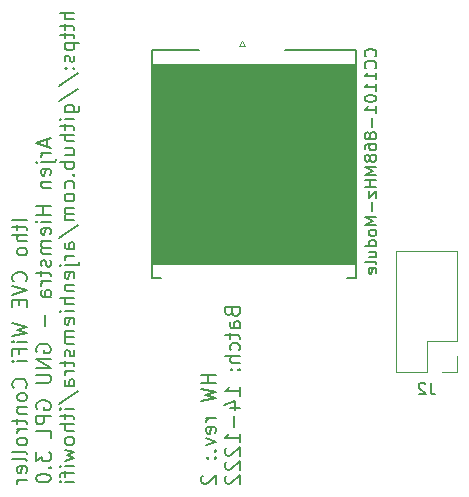
<source format=gbo>
G04 #@! TF.GenerationSoftware,KiCad,Pcbnew,(6.0.1-0)*
G04 #@! TF.CreationDate,2022-03-21T19:15:47+01:00*
G04 #@! TF.ProjectId,ithowifi_4l,6974686f-7769-4666-995f-346c2e6b6963,rev?*
G04 #@! TF.SameCoordinates,Original*
G04 #@! TF.FileFunction,Legend,Bot*
G04 #@! TF.FilePolarity,Positive*
%FSLAX46Y46*%
G04 Gerber Fmt 4.6, Leading zero omitted, Abs format (unit mm)*
G04 Created by KiCad (PCBNEW (6.0.1-0)) date 2022-03-21 19:15:47*
%MOMM*%
%LPD*%
G01*
G04 APERTURE LIST*
%ADD10C,0.100000*%
%ADD11C,0.200000*%
%ADD12C,0.150000*%
%ADD13C,0.120000*%
G04 APERTURE END LIST*
D10*
X114808000Y-129997200D02*
X97561400Y-129997200D01*
X97561400Y-129997200D02*
X97536000Y-113030000D01*
X97536000Y-113030000D02*
X114808000Y-113030000D01*
X114808000Y-113030000D02*
X114808000Y-129997200D01*
G36*
X114808000Y-129997200D02*
G01*
X97561400Y-129997200D01*
X97536000Y-113030000D01*
X114808000Y-113030000D01*
X114808000Y-129997200D01*
G37*
X114808000Y-129997200D02*
X97561400Y-129997200D01*
X97536000Y-113030000D01*
X114808000Y-113030000D01*
X114808000Y-129997200D01*
D11*
X86949606Y-126226666D02*
X85703606Y-126226666D01*
X86118940Y-126642000D02*
X86118940Y-127116666D01*
X85703606Y-126820000D02*
X86771606Y-126820000D01*
X86890273Y-126879333D01*
X86949606Y-126998000D01*
X86949606Y-127116666D01*
X86949606Y-127532000D02*
X85703606Y-127532000D01*
X86949606Y-128066000D02*
X86296940Y-128066000D01*
X86178273Y-128006666D01*
X86118940Y-127888000D01*
X86118940Y-127710000D01*
X86178273Y-127591333D01*
X86237606Y-127532000D01*
X86949606Y-128837333D02*
X86890273Y-128718666D01*
X86830940Y-128659333D01*
X86712273Y-128600000D01*
X86356273Y-128600000D01*
X86237606Y-128659333D01*
X86178273Y-128718666D01*
X86118940Y-128837333D01*
X86118940Y-129015333D01*
X86178273Y-129134000D01*
X86237606Y-129193333D01*
X86356273Y-129252666D01*
X86712273Y-129252666D01*
X86830940Y-129193333D01*
X86890273Y-129134000D01*
X86949606Y-129015333D01*
X86949606Y-128837333D01*
X86830940Y-131448000D02*
X86890273Y-131388666D01*
X86949606Y-131210666D01*
X86949606Y-131092000D01*
X86890273Y-130914000D01*
X86771606Y-130795333D01*
X86652940Y-130736000D01*
X86415606Y-130676666D01*
X86237606Y-130676666D01*
X86000273Y-130736000D01*
X85881606Y-130795333D01*
X85762940Y-130914000D01*
X85703606Y-131092000D01*
X85703606Y-131210666D01*
X85762940Y-131388666D01*
X85822273Y-131448000D01*
X85703606Y-131804000D02*
X86949606Y-132219333D01*
X85703606Y-132634666D01*
X86296940Y-133049999D02*
X86296940Y-133465333D01*
X86949606Y-133643333D02*
X86949606Y-133049999D01*
X85703606Y-133049999D01*
X85703606Y-133643333D01*
X85703606Y-135008000D02*
X86949606Y-135304666D01*
X86059606Y-135542000D01*
X86949606Y-135779333D01*
X85703606Y-136076000D01*
X86949606Y-136550666D02*
X86118940Y-136550666D01*
X85703606Y-136550666D02*
X85762940Y-136491333D01*
X85822273Y-136550666D01*
X85762940Y-136610000D01*
X85703606Y-136550666D01*
X85822273Y-136550666D01*
X86296940Y-137559333D02*
X86296940Y-137144000D01*
X86949606Y-137144000D02*
X85703606Y-137144000D01*
X85703606Y-137737333D01*
X86949606Y-138212000D02*
X86118940Y-138212000D01*
X85703606Y-138212000D02*
X85762940Y-138152666D01*
X85822273Y-138212000D01*
X85762940Y-138271333D01*
X85703606Y-138212000D01*
X85822273Y-138212000D01*
X86830940Y-140466666D02*
X86890273Y-140407333D01*
X86949606Y-140229333D01*
X86949606Y-140110666D01*
X86890273Y-139932666D01*
X86771606Y-139814000D01*
X86652940Y-139754666D01*
X86415606Y-139695333D01*
X86237606Y-139695333D01*
X86000273Y-139754666D01*
X85881606Y-139814000D01*
X85762940Y-139932666D01*
X85703606Y-140110666D01*
X85703606Y-140229333D01*
X85762940Y-140407333D01*
X85822273Y-140466666D01*
X86949606Y-141178666D02*
X86890273Y-141060000D01*
X86830940Y-141000666D01*
X86712273Y-140941333D01*
X86356273Y-140941333D01*
X86237606Y-141000666D01*
X86178273Y-141060000D01*
X86118940Y-141178666D01*
X86118940Y-141356666D01*
X86178273Y-141475333D01*
X86237606Y-141534666D01*
X86356273Y-141594000D01*
X86712273Y-141594000D01*
X86830940Y-141534666D01*
X86890273Y-141475333D01*
X86949606Y-141356666D01*
X86949606Y-141178666D01*
X86118940Y-142128000D02*
X86949606Y-142128000D01*
X86237606Y-142128000D02*
X86178273Y-142187333D01*
X86118940Y-142306000D01*
X86118940Y-142484000D01*
X86178273Y-142602666D01*
X86296940Y-142662000D01*
X86949606Y-142662000D01*
X86118940Y-143077333D02*
X86118940Y-143552000D01*
X85703606Y-143255333D02*
X86771606Y-143255333D01*
X86890273Y-143314666D01*
X86949606Y-143433333D01*
X86949606Y-143552000D01*
X86949606Y-143967333D02*
X86118940Y-143967333D01*
X86356273Y-143967333D02*
X86237606Y-144026666D01*
X86178273Y-144086000D01*
X86118940Y-144204666D01*
X86118940Y-144323333D01*
X86949606Y-144916666D02*
X86890273Y-144798000D01*
X86830940Y-144738666D01*
X86712273Y-144679333D01*
X86356273Y-144679333D01*
X86237606Y-144738666D01*
X86178273Y-144798000D01*
X86118940Y-144916666D01*
X86118940Y-145094666D01*
X86178273Y-145213333D01*
X86237606Y-145272666D01*
X86356273Y-145332000D01*
X86712273Y-145332000D01*
X86830940Y-145272666D01*
X86890273Y-145213333D01*
X86949606Y-145094666D01*
X86949606Y-144916666D01*
X86949606Y-146044000D02*
X86890273Y-145925333D01*
X86771606Y-145866000D01*
X85703606Y-145866000D01*
X86949606Y-146696666D02*
X86890273Y-146578000D01*
X86771606Y-146518666D01*
X85703606Y-146518666D01*
X86890273Y-147646000D02*
X86949606Y-147527333D01*
X86949606Y-147290000D01*
X86890273Y-147171333D01*
X86771606Y-147112000D01*
X86296940Y-147112000D01*
X86178273Y-147171333D01*
X86118940Y-147290000D01*
X86118940Y-147527333D01*
X86178273Y-147646000D01*
X86296940Y-147705333D01*
X86415606Y-147705333D01*
X86534273Y-147112000D01*
X86949606Y-148239333D02*
X86118940Y-148239333D01*
X86356273Y-148239333D02*
X86237606Y-148298666D01*
X86178273Y-148358000D01*
X86118940Y-148476666D01*
X86118940Y-148595333D01*
X88599666Y-119462666D02*
X88599666Y-120056000D01*
X88955666Y-119344000D02*
X87709666Y-119759333D01*
X88955666Y-120174666D01*
X88955666Y-120590000D02*
X88125000Y-120590000D01*
X88362333Y-120590000D02*
X88243666Y-120649333D01*
X88184333Y-120708666D01*
X88125000Y-120827333D01*
X88125000Y-120946000D01*
X88125000Y-121361333D02*
X89193000Y-121361333D01*
X89311666Y-121302000D01*
X89371000Y-121183333D01*
X89371000Y-121124000D01*
X87709666Y-121361333D02*
X87769000Y-121302000D01*
X87828333Y-121361333D01*
X87769000Y-121420666D01*
X87709666Y-121361333D01*
X87828333Y-121361333D01*
X88896333Y-122429333D02*
X88955666Y-122310666D01*
X88955666Y-122073333D01*
X88896333Y-121954666D01*
X88777666Y-121895333D01*
X88303000Y-121895333D01*
X88184333Y-121954666D01*
X88125000Y-122073333D01*
X88125000Y-122310666D01*
X88184333Y-122429333D01*
X88303000Y-122488666D01*
X88421666Y-122488666D01*
X88540333Y-121895333D01*
X88125000Y-123022666D02*
X88955666Y-123022666D01*
X88243666Y-123022666D02*
X88184333Y-123082000D01*
X88125000Y-123200666D01*
X88125000Y-123378666D01*
X88184333Y-123497333D01*
X88303000Y-123556666D01*
X88955666Y-123556666D01*
X88955666Y-125099333D02*
X87709666Y-125099333D01*
X88303000Y-125099333D02*
X88303000Y-125811333D01*
X88955666Y-125811333D02*
X87709666Y-125811333D01*
X88955666Y-126404666D02*
X88125000Y-126404666D01*
X87709666Y-126404666D02*
X87769000Y-126345333D01*
X87828333Y-126404666D01*
X87769000Y-126464000D01*
X87709666Y-126404666D01*
X87828333Y-126404666D01*
X88896333Y-127472666D02*
X88955666Y-127354000D01*
X88955666Y-127116666D01*
X88896333Y-126998000D01*
X88777666Y-126938666D01*
X88303000Y-126938666D01*
X88184333Y-126998000D01*
X88125000Y-127116666D01*
X88125000Y-127354000D01*
X88184333Y-127472666D01*
X88303000Y-127532000D01*
X88421666Y-127532000D01*
X88540333Y-126938666D01*
X88955666Y-128066000D02*
X88125000Y-128066000D01*
X88243666Y-128066000D02*
X88184333Y-128125333D01*
X88125000Y-128244000D01*
X88125000Y-128422000D01*
X88184333Y-128540666D01*
X88303000Y-128600000D01*
X88955666Y-128600000D01*
X88303000Y-128600000D02*
X88184333Y-128659333D01*
X88125000Y-128778000D01*
X88125000Y-128956000D01*
X88184333Y-129074666D01*
X88303000Y-129134000D01*
X88955666Y-129134000D01*
X88896333Y-129667999D02*
X88955666Y-129786666D01*
X88955666Y-130023999D01*
X88896333Y-130142666D01*
X88777666Y-130201999D01*
X88718333Y-130201999D01*
X88599666Y-130142666D01*
X88540333Y-130023999D01*
X88540333Y-129845999D01*
X88481000Y-129727333D01*
X88362333Y-129667999D01*
X88303000Y-129667999D01*
X88184333Y-129727333D01*
X88125000Y-129845999D01*
X88125000Y-130023999D01*
X88184333Y-130142666D01*
X88125000Y-130558000D02*
X88125000Y-131032666D01*
X87709666Y-130736000D02*
X88777666Y-130736000D01*
X88896333Y-130795333D01*
X88955666Y-130914000D01*
X88955666Y-131032666D01*
X88955666Y-131448000D02*
X88125000Y-131448000D01*
X88362333Y-131448000D02*
X88243666Y-131507333D01*
X88184333Y-131566666D01*
X88125000Y-131685333D01*
X88125000Y-131804000D01*
X88955666Y-132753333D02*
X88303000Y-132753333D01*
X88184333Y-132693999D01*
X88125000Y-132575333D01*
X88125000Y-132337999D01*
X88184333Y-132219333D01*
X88896333Y-132753333D02*
X88955666Y-132634666D01*
X88955666Y-132337999D01*
X88896333Y-132219333D01*
X88777666Y-132159999D01*
X88659000Y-132159999D01*
X88540333Y-132219333D01*
X88481000Y-132337999D01*
X88481000Y-132634666D01*
X88421666Y-132753333D01*
X88481000Y-134296000D02*
X88481000Y-135245333D01*
X87769000Y-137440666D02*
X87709666Y-137322000D01*
X87709666Y-137144000D01*
X87769000Y-136966000D01*
X87887666Y-136847333D01*
X88006333Y-136788000D01*
X88243666Y-136728666D01*
X88421666Y-136728666D01*
X88659000Y-136788000D01*
X88777666Y-136847333D01*
X88896333Y-136966000D01*
X88955666Y-137144000D01*
X88955666Y-137262666D01*
X88896333Y-137440666D01*
X88837000Y-137500000D01*
X88421666Y-137500000D01*
X88421666Y-137262666D01*
X88955666Y-138034000D02*
X87709666Y-138034000D01*
X88955666Y-138746000D01*
X87709666Y-138746000D01*
X87709666Y-139339333D02*
X88718333Y-139339333D01*
X88837000Y-139398666D01*
X88896333Y-139458000D01*
X88955666Y-139576666D01*
X88955666Y-139814000D01*
X88896333Y-139932666D01*
X88837000Y-139992000D01*
X88718333Y-140051333D01*
X87709666Y-140051333D01*
X87769000Y-142246666D02*
X87709666Y-142128000D01*
X87709666Y-141950000D01*
X87769000Y-141772000D01*
X87887666Y-141653333D01*
X88006333Y-141594000D01*
X88243666Y-141534666D01*
X88421666Y-141534666D01*
X88659000Y-141594000D01*
X88777666Y-141653333D01*
X88896333Y-141772000D01*
X88955666Y-141950000D01*
X88955666Y-142068666D01*
X88896333Y-142246666D01*
X88837000Y-142306000D01*
X88421666Y-142306000D01*
X88421666Y-142068666D01*
X88955666Y-142840000D02*
X87709666Y-142840000D01*
X87709666Y-143314666D01*
X87769000Y-143433333D01*
X87828333Y-143492666D01*
X87947000Y-143552000D01*
X88125000Y-143552000D01*
X88243666Y-143492666D01*
X88303000Y-143433333D01*
X88362333Y-143314666D01*
X88362333Y-142840000D01*
X88955666Y-144679333D02*
X88955666Y-144086000D01*
X87709666Y-144086000D01*
X87709666Y-145925333D02*
X87709666Y-146696666D01*
X88184333Y-146281333D01*
X88184333Y-146459333D01*
X88243666Y-146578000D01*
X88303000Y-146637333D01*
X88421666Y-146696666D01*
X88718333Y-146696666D01*
X88837000Y-146637333D01*
X88896333Y-146578000D01*
X88955666Y-146459333D01*
X88955666Y-146103333D01*
X88896333Y-145984666D01*
X88837000Y-145925333D01*
X88837000Y-147230666D02*
X88896333Y-147290000D01*
X88955666Y-147230666D01*
X88896333Y-147171333D01*
X88837000Y-147230666D01*
X88955666Y-147230666D01*
X87709666Y-148061333D02*
X87709666Y-148180000D01*
X87769000Y-148298666D01*
X87828333Y-148357999D01*
X87947000Y-148417333D01*
X88184333Y-148476666D01*
X88481000Y-148476666D01*
X88718333Y-148417333D01*
X88837000Y-148358000D01*
X88896333Y-148298666D01*
X88955666Y-148180000D01*
X88955666Y-148061333D01*
X88896333Y-147942666D01*
X88837000Y-147883333D01*
X88718333Y-147824000D01*
X88481000Y-147764666D01*
X88184333Y-147764666D01*
X87947000Y-147824000D01*
X87828333Y-147883333D01*
X87769000Y-147942666D01*
X87709666Y-148061333D01*
X90961726Y-108723333D02*
X89715726Y-108723333D01*
X90961726Y-109257333D02*
X90309060Y-109257333D01*
X90190393Y-109198000D01*
X90131060Y-109079333D01*
X90131060Y-108901333D01*
X90190393Y-108782666D01*
X90249726Y-108723333D01*
X90131060Y-109672666D02*
X90131060Y-110147333D01*
X89715726Y-109850666D02*
X90783726Y-109850666D01*
X90902393Y-109910000D01*
X90961726Y-110028666D01*
X90961726Y-110147333D01*
X90131060Y-110384666D02*
X90131060Y-110859333D01*
X89715726Y-110562666D02*
X90783726Y-110562666D01*
X90902393Y-110622000D01*
X90961726Y-110740666D01*
X90961726Y-110859333D01*
X90131060Y-111274666D02*
X91377060Y-111274666D01*
X90190393Y-111274666D02*
X90131060Y-111393333D01*
X90131060Y-111630666D01*
X90190393Y-111749333D01*
X90249726Y-111808666D01*
X90368393Y-111868000D01*
X90724393Y-111868000D01*
X90843060Y-111808666D01*
X90902393Y-111749333D01*
X90961726Y-111630666D01*
X90961726Y-111393333D01*
X90902393Y-111274666D01*
X90902393Y-112342666D02*
X90961726Y-112461333D01*
X90961726Y-112698666D01*
X90902393Y-112817333D01*
X90783726Y-112876666D01*
X90724393Y-112876666D01*
X90605726Y-112817333D01*
X90546393Y-112698666D01*
X90546393Y-112520666D01*
X90487060Y-112402000D01*
X90368393Y-112342666D01*
X90309060Y-112342666D01*
X90190393Y-112402000D01*
X90131060Y-112520666D01*
X90131060Y-112698666D01*
X90190393Y-112817333D01*
X90843060Y-113410666D02*
X90902393Y-113470000D01*
X90961726Y-113410666D01*
X90902393Y-113351333D01*
X90843060Y-113410666D01*
X90961726Y-113410666D01*
X90190393Y-113410666D02*
X90249726Y-113470000D01*
X90309060Y-113410666D01*
X90249726Y-113351333D01*
X90190393Y-113410666D01*
X90309060Y-113410666D01*
X89656393Y-114894000D02*
X91258393Y-113826000D01*
X89656393Y-116199333D02*
X91258393Y-115131333D01*
X90131060Y-117148666D02*
X91139726Y-117148666D01*
X91258393Y-117089333D01*
X91317726Y-117030000D01*
X91377060Y-116911333D01*
X91377060Y-116733333D01*
X91317726Y-116614666D01*
X90902393Y-117148666D02*
X90961726Y-117030000D01*
X90961726Y-116792666D01*
X90902393Y-116674000D01*
X90843060Y-116614666D01*
X90724393Y-116555333D01*
X90368393Y-116555333D01*
X90249726Y-116614666D01*
X90190393Y-116674000D01*
X90131060Y-116792666D01*
X90131060Y-117030000D01*
X90190393Y-117148666D01*
X90961726Y-117742000D02*
X90131060Y-117742000D01*
X89715726Y-117742000D02*
X89775060Y-117682666D01*
X89834393Y-117742000D01*
X89775060Y-117801333D01*
X89715726Y-117742000D01*
X89834393Y-117742000D01*
X90131060Y-118157333D02*
X90131060Y-118632000D01*
X89715726Y-118335333D02*
X90783726Y-118335333D01*
X90902393Y-118394666D01*
X90961726Y-118513333D01*
X90961726Y-118632000D01*
X90961726Y-119047333D02*
X89715726Y-119047333D01*
X90961726Y-119581333D02*
X90309060Y-119581333D01*
X90190393Y-119522000D01*
X90131060Y-119403333D01*
X90131060Y-119225333D01*
X90190393Y-119106666D01*
X90249726Y-119047333D01*
X90131060Y-120708666D02*
X90961726Y-120708666D01*
X90131060Y-120174666D02*
X90783726Y-120174666D01*
X90902393Y-120234000D01*
X90961726Y-120352666D01*
X90961726Y-120530666D01*
X90902393Y-120649333D01*
X90843060Y-120708666D01*
X90961726Y-121302000D02*
X89715726Y-121302000D01*
X90190393Y-121302000D02*
X90131060Y-121420666D01*
X90131060Y-121658000D01*
X90190393Y-121776666D01*
X90249726Y-121836000D01*
X90368393Y-121895333D01*
X90724393Y-121895333D01*
X90843060Y-121836000D01*
X90902393Y-121776666D01*
X90961726Y-121658000D01*
X90961726Y-121420666D01*
X90902393Y-121302000D01*
X90843060Y-122429333D02*
X90902393Y-122488666D01*
X90961726Y-122429333D01*
X90902393Y-122370000D01*
X90843060Y-122429333D01*
X90961726Y-122429333D01*
X90902393Y-123556666D02*
X90961726Y-123438000D01*
X90961726Y-123200666D01*
X90902393Y-123082000D01*
X90843060Y-123022666D01*
X90724393Y-122963333D01*
X90368393Y-122963333D01*
X90249726Y-123022666D01*
X90190393Y-123082000D01*
X90131060Y-123200666D01*
X90131060Y-123438000D01*
X90190393Y-123556666D01*
X90961726Y-124268666D02*
X90902393Y-124150000D01*
X90843060Y-124090666D01*
X90724393Y-124031333D01*
X90368393Y-124031333D01*
X90249726Y-124090666D01*
X90190393Y-124150000D01*
X90131060Y-124268666D01*
X90131060Y-124446666D01*
X90190393Y-124565333D01*
X90249726Y-124624666D01*
X90368393Y-124684000D01*
X90724393Y-124684000D01*
X90843060Y-124624666D01*
X90902393Y-124565333D01*
X90961726Y-124446666D01*
X90961726Y-124268666D01*
X90961726Y-125218000D02*
X90131060Y-125218000D01*
X90249726Y-125218000D02*
X90190393Y-125277333D01*
X90131060Y-125396000D01*
X90131060Y-125574000D01*
X90190393Y-125692666D01*
X90309060Y-125752000D01*
X90961726Y-125752000D01*
X90309060Y-125752000D02*
X90190393Y-125811333D01*
X90131060Y-125930000D01*
X90131060Y-126108000D01*
X90190393Y-126226666D01*
X90309060Y-126286000D01*
X90961726Y-126286000D01*
X89656393Y-127769333D02*
X91258393Y-126701333D01*
X90961726Y-128718666D02*
X90309060Y-128718666D01*
X90190393Y-128659333D01*
X90131060Y-128540666D01*
X90131060Y-128303333D01*
X90190393Y-128184666D01*
X90902393Y-128718666D02*
X90961726Y-128600000D01*
X90961726Y-128303333D01*
X90902393Y-128184666D01*
X90783726Y-128125333D01*
X90665060Y-128125333D01*
X90546393Y-128184666D01*
X90487060Y-128303333D01*
X90487060Y-128600000D01*
X90427726Y-128718666D01*
X90961726Y-129312000D02*
X90131060Y-129312000D01*
X90368393Y-129312000D02*
X90249726Y-129371333D01*
X90190393Y-129430666D01*
X90131060Y-129549333D01*
X90131060Y-129668000D01*
X90131060Y-130083333D02*
X91199060Y-130083333D01*
X91317726Y-130023999D01*
X91377060Y-129905333D01*
X91377060Y-129845999D01*
X89715726Y-130083333D02*
X89775060Y-130023999D01*
X89834393Y-130083333D01*
X89775060Y-130142666D01*
X89715726Y-130083333D01*
X89834393Y-130083333D01*
X90902393Y-131151333D02*
X90961726Y-131032666D01*
X90961726Y-130795333D01*
X90902393Y-130676666D01*
X90783726Y-130617333D01*
X90309060Y-130617333D01*
X90190393Y-130676666D01*
X90131060Y-130795333D01*
X90131060Y-131032666D01*
X90190393Y-131151333D01*
X90309060Y-131210666D01*
X90427726Y-131210666D01*
X90546393Y-130617333D01*
X90131060Y-131744666D02*
X90961726Y-131744666D01*
X90249726Y-131744666D02*
X90190393Y-131803999D01*
X90131060Y-131922666D01*
X90131060Y-132100666D01*
X90190393Y-132219333D01*
X90309060Y-132278666D01*
X90961726Y-132278666D01*
X90961726Y-132871999D02*
X89715726Y-132871999D01*
X90961726Y-133405999D02*
X90309060Y-133405999D01*
X90190393Y-133346666D01*
X90131060Y-133227999D01*
X90131060Y-133049999D01*
X90190393Y-132931333D01*
X90249726Y-132871999D01*
X90961726Y-133999333D02*
X90131060Y-133999333D01*
X89715726Y-133999333D02*
X89775060Y-133939999D01*
X89834393Y-133999333D01*
X89775060Y-134058666D01*
X89715726Y-133999333D01*
X89834393Y-133999333D01*
X90902393Y-135067333D02*
X90961726Y-134948666D01*
X90961726Y-134711333D01*
X90902393Y-134592666D01*
X90783726Y-134533333D01*
X90309060Y-134533333D01*
X90190393Y-134592666D01*
X90131060Y-134711333D01*
X90131060Y-134948666D01*
X90190393Y-135067333D01*
X90309060Y-135126666D01*
X90427726Y-135126666D01*
X90546393Y-134533333D01*
X90961726Y-135660666D02*
X90131060Y-135660666D01*
X90249726Y-135660666D02*
X90190393Y-135720000D01*
X90131060Y-135838666D01*
X90131060Y-136016666D01*
X90190393Y-136135333D01*
X90309060Y-136194666D01*
X90961726Y-136194666D01*
X90309060Y-136194666D02*
X90190393Y-136254000D01*
X90131060Y-136372666D01*
X90131060Y-136550666D01*
X90190393Y-136669333D01*
X90309060Y-136728666D01*
X90961726Y-136728666D01*
X90902393Y-137262666D02*
X90961726Y-137381333D01*
X90961726Y-137618666D01*
X90902393Y-137737333D01*
X90783726Y-137796666D01*
X90724393Y-137796666D01*
X90605726Y-137737333D01*
X90546393Y-137618666D01*
X90546393Y-137440666D01*
X90487060Y-137322000D01*
X90368393Y-137262666D01*
X90309060Y-137262666D01*
X90190393Y-137322000D01*
X90131060Y-137440666D01*
X90131060Y-137618666D01*
X90190393Y-137737333D01*
X90131060Y-138152666D02*
X90131060Y-138627333D01*
X89715726Y-138330666D02*
X90783726Y-138330666D01*
X90902393Y-138390000D01*
X90961726Y-138508666D01*
X90961726Y-138627333D01*
X90961726Y-139042666D02*
X90131060Y-139042666D01*
X90368393Y-139042666D02*
X90249726Y-139102000D01*
X90190393Y-139161333D01*
X90131060Y-139280000D01*
X90131060Y-139398666D01*
X90961726Y-140348000D02*
X90309060Y-140348000D01*
X90190393Y-140288666D01*
X90131060Y-140170000D01*
X90131060Y-139932666D01*
X90190393Y-139814000D01*
X90902393Y-140348000D02*
X90961726Y-140229333D01*
X90961726Y-139932666D01*
X90902393Y-139814000D01*
X90783726Y-139754666D01*
X90665060Y-139754666D01*
X90546393Y-139814000D01*
X90487060Y-139932666D01*
X90487060Y-140229333D01*
X90427726Y-140348000D01*
X89656393Y-141831333D02*
X91258393Y-140763333D01*
X90961726Y-142246666D02*
X90131060Y-142246666D01*
X89715726Y-142246666D02*
X89775060Y-142187333D01*
X89834393Y-142246666D01*
X89775060Y-142306000D01*
X89715726Y-142246666D01*
X89834393Y-142246666D01*
X90131060Y-142662000D02*
X90131060Y-143136666D01*
X89715726Y-142840000D02*
X90783726Y-142840000D01*
X90902393Y-142899333D01*
X90961726Y-143018000D01*
X90961726Y-143136666D01*
X90961726Y-143552000D02*
X89715726Y-143552000D01*
X90961726Y-144086000D02*
X90309060Y-144086000D01*
X90190393Y-144026666D01*
X90131060Y-143908000D01*
X90131060Y-143730000D01*
X90190393Y-143611333D01*
X90249726Y-143552000D01*
X90961726Y-144857333D02*
X90902393Y-144738666D01*
X90843060Y-144679333D01*
X90724393Y-144620000D01*
X90368393Y-144620000D01*
X90249726Y-144679333D01*
X90190393Y-144738666D01*
X90131060Y-144857333D01*
X90131060Y-145035333D01*
X90190393Y-145154000D01*
X90249726Y-145213333D01*
X90368393Y-145272666D01*
X90724393Y-145272666D01*
X90843060Y-145213333D01*
X90902393Y-145154000D01*
X90961726Y-145035333D01*
X90961726Y-144857333D01*
X90131060Y-145688000D02*
X90961726Y-145925333D01*
X90368393Y-146162666D01*
X90961726Y-146400000D01*
X90131060Y-146637333D01*
X90961726Y-147112000D02*
X90131060Y-147112000D01*
X89715726Y-147112000D02*
X89775060Y-147052666D01*
X89834393Y-147112000D01*
X89775060Y-147171333D01*
X89715726Y-147112000D01*
X89834393Y-147112000D01*
X90131060Y-147527333D02*
X90131060Y-148002000D01*
X90961726Y-147705333D02*
X89893726Y-147705333D01*
X89775060Y-147764666D01*
X89715726Y-147883333D01*
X89715726Y-148002000D01*
X90961726Y-148417333D02*
X90131060Y-148417333D01*
X89715726Y-148417333D02*
X89775060Y-148357999D01*
X89834393Y-148417333D01*
X89775060Y-148476666D01*
X89715726Y-148417333D01*
X89834393Y-148417333D01*
X102938636Y-139347666D02*
X101692636Y-139347666D01*
X102285970Y-139347666D02*
X102285970Y-140059666D01*
X102938636Y-140059666D02*
X101692636Y-140059666D01*
X101692636Y-140534333D02*
X102938636Y-140831000D01*
X102048636Y-141068333D01*
X102938636Y-141305666D01*
X101692636Y-141602333D01*
X102938636Y-143026333D02*
X102107970Y-143026333D01*
X102345303Y-143026333D02*
X102226636Y-143085666D01*
X102167303Y-143145000D01*
X102107970Y-143263666D01*
X102107970Y-143382333D01*
X102879303Y-144272333D02*
X102938636Y-144153666D01*
X102938636Y-143916333D01*
X102879303Y-143797666D01*
X102760636Y-143738333D01*
X102285970Y-143738333D01*
X102167303Y-143797666D01*
X102107970Y-143916333D01*
X102107970Y-144153666D01*
X102167303Y-144272333D01*
X102285970Y-144331666D01*
X102404636Y-144331666D01*
X102523303Y-143738333D01*
X102107970Y-144747000D02*
X102938636Y-145043666D01*
X102107970Y-145340333D01*
X102819970Y-145815000D02*
X102879303Y-145874333D01*
X102938636Y-145815000D01*
X102879303Y-145755666D01*
X102819970Y-145815000D01*
X102938636Y-145815000D01*
X102819970Y-146408333D02*
X102879303Y-146467666D01*
X102938636Y-146408333D01*
X102879303Y-146349000D01*
X102819970Y-146408333D01*
X102938636Y-146408333D01*
X102167303Y-146408333D02*
X102226636Y-146467666D01*
X102285970Y-146408333D01*
X102226636Y-146349000D01*
X102167303Y-146408333D01*
X102285970Y-146408333D01*
X101811303Y-147891666D02*
X101751970Y-147951000D01*
X101692636Y-148069666D01*
X101692636Y-148366333D01*
X101751970Y-148485000D01*
X101811303Y-148544333D01*
X101929970Y-148603666D01*
X102048636Y-148603666D01*
X102226636Y-148544333D01*
X102938636Y-147832333D01*
X102938636Y-148603666D01*
X104292030Y-134067000D02*
X104351363Y-134245000D01*
X104410696Y-134304333D01*
X104529363Y-134363666D01*
X104707363Y-134363666D01*
X104826030Y-134304333D01*
X104885363Y-134245000D01*
X104944696Y-134126333D01*
X104944696Y-133651666D01*
X103698696Y-133651666D01*
X103698696Y-134067000D01*
X103758030Y-134185666D01*
X103817363Y-134245000D01*
X103936030Y-134304333D01*
X104054696Y-134304333D01*
X104173363Y-134245000D01*
X104232696Y-134185666D01*
X104292030Y-134067000D01*
X104292030Y-133651666D01*
X104944696Y-135431666D02*
X104292030Y-135431666D01*
X104173363Y-135372333D01*
X104114030Y-135253666D01*
X104114030Y-135016333D01*
X104173363Y-134897666D01*
X104885363Y-135431666D02*
X104944696Y-135313000D01*
X104944696Y-135016333D01*
X104885363Y-134897666D01*
X104766696Y-134838333D01*
X104648030Y-134838333D01*
X104529363Y-134897666D01*
X104470030Y-135016333D01*
X104470030Y-135313000D01*
X104410696Y-135431666D01*
X104114030Y-135847000D02*
X104114030Y-136321666D01*
X103698696Y-136025000D02*
X104766696Y-136025000D01*
X104885363Y-136084333D01*
X104944696Y-136203000D01*
X104944696Y-136321666D01*
X104885363Y-137271000D02*
X104944696Y-137152333D01*
X104944696Y-136915000D01*
X104885363Y-136796333D01*
X104826030Y-136737000D01*
X104707363Y-136677666D01*
X104351363Y-136677666D01*
X104232696Y-136737000D01*
X104173363Y-136796333D01*
X104114030Y-136915000D01*
X104114030Y-137152333D01*
X104173363Y-137271000D01*
X104944696Y-137805000D02*
X103698696Y-137805000D01*
X104944696Y-138339000D02*
X104292030Y-138339000D01*
X104173363Y-138279666D01*
X104114030Y-138161000D01*
X104114030Y-137983000D01*
X104173363Y-137864333D01*
X104232696Y-137805000D01*
X104826030Y-138932333D02*
X104885363Y-138991666D01*
X104944696Y-138932333D01*
X104885363Y-138873000D01*
X104826030Y-138932333D01*
X104944696Y-138932333D01*
X104173363Y-138932333D02*
X104232696Y-138991666D01*
X104292030Y-138932333D01*
X104232696Y-138873000D01*
X104173363Y-138932333D01*
X104292030Y-138932333D01*
X104944696Y-141127666D02*
X104944696Y-140415666D01*
X104944696Y-140771666D02*
X103698696Y-140771666D01*
X103876696Y-140653000D01*
X103995363Y-140534333D01*
X104054696Y-140415666D01*
X104114030Y-142195666D02*
X104944696Y-142195666D01*
X103639363Y-141899000D02*
X104529363Y-141602333D01*
X104529363Y-142373666D01*
X104470030Y-142848333D02*
X104470030Y-143797666D01*
X104944696Y-145043666D02*
X104944696Y-144331666D01*
X104944696Y-144687666D02*
X103698696Y-144687666D01*
X103876696Y-144569000D01*
X103995363Y-144450333D01*
X104054696Y-144331666D01*
X103817363Y-145518333D02*
X103758030Y-145577666D01*
X103698696Y-145696333D01*
X103698696Y-145993000D01*
X103758030Y-146111666D01*
X103817363Y-146171000D01*
X103936030Y-146230333D01*
X104054696Y-146230333D01*
X104232696Y-146171000D01*
X104944696Y-145459000D01*
X104944696Y-146230333D01*
X103817363Y-146705000D02*
X103758030Y-146764333D01*
X103698696Y-146883000D01*
X103698696Y-147179666D01*
X103758030Y-147298333D01*
X103817363Y-147357666D01*
X103936030Y-147417000D01*
X104054696Y-147417000D01*
X104232696Y-147357666D01*
X104944696Y-146645666D01*
X104944696Y-147417000D01*
X103817363Y-147891666D02*
X103758030Y-147951000D01*
X103698696Y-148069666D01*
X103698696Y-148366333D01*
X103758030Y-148485000D01*
X103817363Y-148544333D01*
X103936030Y-148603666D01*
X104054696Y-148603666D01*
X104232696Y-148544333D01*
X104944696Y-147832333D01*
X104944696Y-148603666D01*
D12*
X121110333Y-140017380D02*
X121110333Y-140731666D01*
X121157952Y-140874523D01*
X121253190Y-140969761D01*
X121396047Y-141017380D01*
X121491285Y-141017380D01*
X120681761Y-140112619D02*
X120634142Y-140065000D01*
X120538904Y-140017380D01*
X120300809Y-140017380D01*
X120205571Y-140065000D01*
X120157952Y-140112619D01*
X120110333Y-140207857D01*
X120110333Y-140303095D01*
X120157952Y-140445952D01*
X120729380Y-141017380D01*
X120110333Y-141017380D01*
X116435142Y-112404047D02*
X116482761Y-112356428D01*
X116530380Y-112213571D01*
X116530380Y-112118333D01*
X116482761Y-111975476D01*
X116387523Y-111880238D01*
X116292285Y-111832619D01*
X116101809Y-111785000D01*
X115958952Y-111785000D01*
X115768476Y-111832619D01*
X115673238Y-111880238D01*
X115578000Y-111975476D01*
X115530380Y-112118333D01*
X115530380Y-112213571D01*
X115578000Y-112356428D01*
X115625619Y-112404047D01*
X116435142Y-113404047D02*
X116482761Y-113356428D01*
X116530380Y-113213571D01*
X116530380Y-113118333D01*
X116482761Y-112975476D01*
X116387523Y-112880238D01*
X116292285Y-112832619D01*
X116101809Y-112785000D01*
X115958952Y-112785000D01*
X115768476Y-112832619D01*
X115673238Y-112880238D01*
X115578000Y-112975476D01*
X115530380Y-113118333D01*
X115530380Y-113213571D01*
X115578000Y-113356428D01*
X115625619Y-113404047D01*
X116530380Y-114356428D02*
X116530380Y-113785000D01*
X116530380Y-114070714D02*
X115530380Y-114070714D01*
X115673238Y-113975476D01*
X115768476Y-113880238D01*
X115816095Y-113785000D01*
X116530380Y-115308809D02*
X116530380Y-114737380D01*
X116530380Y-115023095D02*
X115530380Y-115023095D01*
X115673238Y-114927857D01*
X115768476Y-114832619D01*
X115816095Y-114737380D01*
X115530380Y-115927857D02*
X115530380Y-116023095D01*
X115578000Y-116118333D01*
X115625619Y-116165952D01*
X115720857Y-116213571D01*
X115911333Y-116261190D01*
X116149428Y-116261190D01*
X116339904Y-116213571D01*
X116435142Y-116165952D01*
X116482761Y-116118333D01*
X116530380Y-116023095D01*
X116530380Y-115927857D01*
X116482761Y-115832619D01*
X116435142Y-115785000D01*
X116339904Y-115737380D01*
X116149428Y-115689761D01*
X115911333Y-115689761D01*
X115720857Y-115737380D01*
X115625619Y-115785000D01*
X115578000Y-115832619D01*
X115530380Y-115927857D01*
X116530380Y-117213571D02*
X116530380Y-116642142D01*
X116530380Y-116927857D02*
X115530380Y-116927857D01*
X115673238Y-116832619D01*
X115768476Y-116737380D01*
X115816095Y-116642142D01*
X116149428Y-117642142D02*
X116149428Y-118404047D01*
X115958952Y-119023095D02*
X115911333Y-118927857D01*
X115863714Y-118880238D01*
X115768476Y-118832619D01*
X115720857Y-118832619D01*
X115625619Y-118880238D01*
X115578000Y-118927857D01*
X115530380Y-119023095D01*
X115530380Y-119213571D01*
X115578000Y-119308809D01*
X115625619Y-119356428D01*
X115720857Y-119404047D01*
X115768476Y-119404047D01*
X115863714Y-119356428D01*
X115911333Y-119308809D01*
X115958952Y-119213571D01*
X115958952Y-119023095D01*
X116006571Y-118927857D01*
X116054190Y-118880238D01*
X116149428Y-118832619D01*
X116339904Y-118832619D01*
X116435142Y-118880238D01*
X116482761Y-118927857D01*
X116530380Y-119023095D01*
X116530380Y-119213571D01*
X116482761Y-119308809D01*
X116435142Y-119356428D01*
X116339904Y-119404047D01*
X116149428Y-119404047D01*
X116054190Y-119356428D01*
X116006571Y-119308809D01*
X115958952Y-119213571D01*
X115530380Y-120261190D02*
X115530380Y-120070714D01*
X115578000Y-119975476D01*
X115625619Y-119927857D01*
X115768476Y-119832619D01*
X115958952Y-119785000D01*
X116339904Y-119785000D01*
X116435142Y-119832619D01*
X116482761Y-119880238D01*
X116530380Y-119975476D01*
X116530380Y-120165952D01*
X116482761Y-120261190D01*
X116435142Y-120308809D01*
X116339904Y-120356428D01*
X116101809Y-120356428D01*
X116006571Y-120308809D01*
X115958952Y-120261190D01*
X115911333Y-120165952D01*
X115911333Y-119975476D01*
X115958952Y-119880238D01*
X116006571Y-119832619D01*
X116101809Y-119785000D01*
X115958952Y-120927857D02*
X115911333Y-120832619D01*
X115863714Y-120785000D01*
X115768476Y-120737380D01*
X115720857Y-120737380D01*
X115625619Y-120785000D01*
X115578000Y-120832619D01*
X115530380Y-120927857D01*
X115530380Y-121118333D01*
X115578000Y-121213571D01*
X115625619Y-121261190D01*
X115720857Y-121308809D01*
X115768476Y-121308809D01*
X115863714Y-121261190D01*
X115911333Y-121213571D01*
X115958952Y-121118333D01*
X115958952Y-120927857D01*
X116006571Y-120832619D01*
X116054190Y-120785000D01*
X116149428Y-120737380D01*
X116339904Y-120737380D01*
X116435142Y-120785000D01*
X116482761Y-120832619D01*
X116530380Y-120927857D01*
X116530380Y-121118333D01*
X116482761Y-121213571D01*
X116435142Y-121261190D01*
X116339904Y-121308809D01*
X116149428Y-121308809D01*
X116054190Y-121261190D01*
X116006571Y-121213571D01*
X115958952Y-121118333D01*
X116530380Y-121737380D02*
X115530380Y-121737380D01*
X116244666Y-122070714D01*
X115530380Y-122404047D01*
X116530380Y-122404047D01*
X116530380Y-122880238D02*
X115530380Y-122880238D01*
X116006571Y-122880238D02*
X116006571Y-123451666D01*
X116530380Y-123451666D02*
X115530380Y-123451666D01*
X115863714Y-123832619D02*
X115863714Y-124356428D01*
X116530380Y-123832619D01*
X116530380Y-124356428D01*
X116149428Y-124737380D02*
X116149428Y-125499285D01*
X116530380Y-125975476D02*
X115530380Y-125975476D01*
X116244666Y-126308809D01*
X115530380Y-126642142D01*
X116530380Y-126642142D01*
X116530380Y-127261190D02*
X116482761Y-127165952D01*
X116435142Y-127118333D01*
X116339904Y-127070714D01*
X116054190Y-127070714D01*
X115958952Y-127118333D01*
X115911333Y-127165952D01*
X115863714Y-127261190D01*
X115863714Y-127404047D01*
X115911333Y-127499285D01*
X115958952Y-127546904D01*
X116054190Y-127594523D01*
X116339904Y-127594523D01*
X116435142Y-127546904D01*
X116482761Y-127499285D01*
X116530380Y-127404047D01*
X116530380Y-127261190D01*
X116530380Y-128451666D02*
X115530380Y-128451666D01*
X116482761Y-128451666D02*
X116530380Y-128356428D01*
X116530380Y-128165952D01*
X116482761Y-128070714D01*
X116435142Y-128023095D01*
X116339904Y-127975476D01*
X116054190Y-127975476D01*
X115958952Y-128023095D01*
X115911333Y-128070714D01*
X115863714Y-128165952D01*
X115863714Y-128356428D01*
X115911333Y-128451666D01*
X115863714Y-129356428D02*
X116530380Y-129356428D01*
X115863714Y-128927857D02*
X116387523Y-128927857D01*
X116482761Y-128975476D01*
X116530380Y-129070714D01*
X116530380Y-129213571D01*
X116482761Y-129308809D01*
X116435142Y-129356428D01*
X116530380Y-129975476D02*
X116482761Y-129880238D01*
X116387523Y-129832619D01*
X115530380Y-129832619D01*
X116482761Y-130737380D02*
X116530380Y-130642142D01*
X116530380Y-130451666D01*
X116482761Y-130356428D01*
X116387523Y-130308809D01*
X116006571Y-130308809D01*
X115911333Y-130356428D01*
X115863714Y-130451666D01*
X115863714Y-130642142D01*
X115911333Y-130737380D01*
X116006571Y-130785000D01*
X116101809Y-130785000D01*
X116197047Y-130308809D01*
D13*
X120777000Y-139125000D02*
X120777000Y-136525000D01*
X118177000Y-128845000D02*
X123377000Y-128845000D01*
X118177000Y-139125000D02*
X118177000Y-128845000D01*
X120777000Y-136525000D02*
X123377000Y-136525000D01*
X123377000Y-136525000D02*
X123377000Y-128845000D01*
X122047000Y-139125000D02*
X123377000Y-139125000D01*
X118177000Y-139125000D02*
X120777000Y-139125000D01*
X123377000Y-139125000D02*
X123377000Y-137795000D01*
X104931400Y-111558400D02*
X105181400Y-111058400D01*
X105181400Y-111058400D02*
X105431400Y-111558400D01*
X105431400Y-111558400D02*
X104931400Y-111558400D01*
D12*
X114822000Y-111889000D02*
X108797000Y-111889000D01*
X97522000Y-111889000D02*
X97522000Y-131189000D01*
X97522000Y-131189000D02*
X98272000Y-131189000D01*
X114822000Y-131189000D02*
X114822000Y-111889000D01*
X114072000Y-131189000D02*
X114822000Y-131189000D01*
X101547000Y-111889000D02*
X97522000Y-111889000D01*
M02*

</source>
